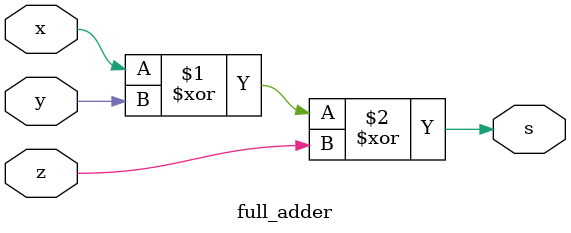
<source format=sv>
module carry_lookahead_adder(input   logic[15:0]     A,
									  input   logic[15:0]     B,
									  output  logic[15:0]     Sum,
									  output  logic           CO);
   logic C0, C4, C8, C12;
	logic [3:0] P, G;
	 
	
	lookahead_adder4 CLA0 (.A(A[3 : 0]), .B(B[3 : 0]), .c_in(C0), .S(Sum[3 : 0]), .P(P[0]), .G(G[0]));
	lookahead_adder4 CLA1 (.A(A[7 : 4]), .B(B[7 : 4]), .c_in(C4), .S(Sum[7 : 4]), .P(P[1]), .G(G[1]));
	lookahead_adder4 CLA2 (.A(A[11: 8]), .B(B[11: 8]), .c_in(C8), .S(Sum[11: 8]), .P(P[2]), .G(G[2]));
	lookahead_adder4 CLA3 (.A(A[15:12]), .B(B[15:12]), .c_in(C12),.S(Sum[15:12]), .P(P[3]), .G(G[3]));
	
	assign C0 = 0;
	assign C4 =  G[0]  | (C0 &  P[0]);
	assign C8 =  G[1]  | (C4 &  P[1]);
	assign C12 = G[2]  | (C8 &  P[2]);
	assign CO =  G[3]	 | (C12 & P[3]);
endmodule

module lookahead_adder4(input  logic[3:0]  A,
								input  logic[3:0]  B,
								input  logic       c_in,
								output logic[3:0]  S,
								output logic P, G);
	logic c0, c1, c2, c3;
	logic [3:0] p, g;
	
	assign p = A^B;
	assign g = A&B;
	
	assign c0 = c_in;
	assign c1 = g[0] | (c0 & p[0]);
	assign c2 = g[1] | (c1 & p[1]);
	assign c3 = g[2] | (c2 & p[2]);
	
	full_adder FA0 (.x(A[0]), .y(B[0]), .z(c_in),   .s(S[0]));
	full_adder FA1 (.x(A[1]), .y(B[1]), .z(  c1),   .s(S[1]));
	full_adder FA2 (.x(A[2]), .y(B[2]), .z(  c2),   .s(S[2]));
	full_adder FA3 (.x(A[3]), .y(B[3]), .z(  c3),   .s(S[3]));
	
	assign P = (p[0] & p[1] & p[2] & p[3]);
	assign G = (g[3] | (g[2] & p[3]) | (g[1] & p[3] & p[2]) | (g[0] & p[3] & p[2] & p[1]));
	
endmodule


module full_adder(input  logic x, y, z,
						output logic s);
	assign s = x^y^z;
	
endmodule

</source>
